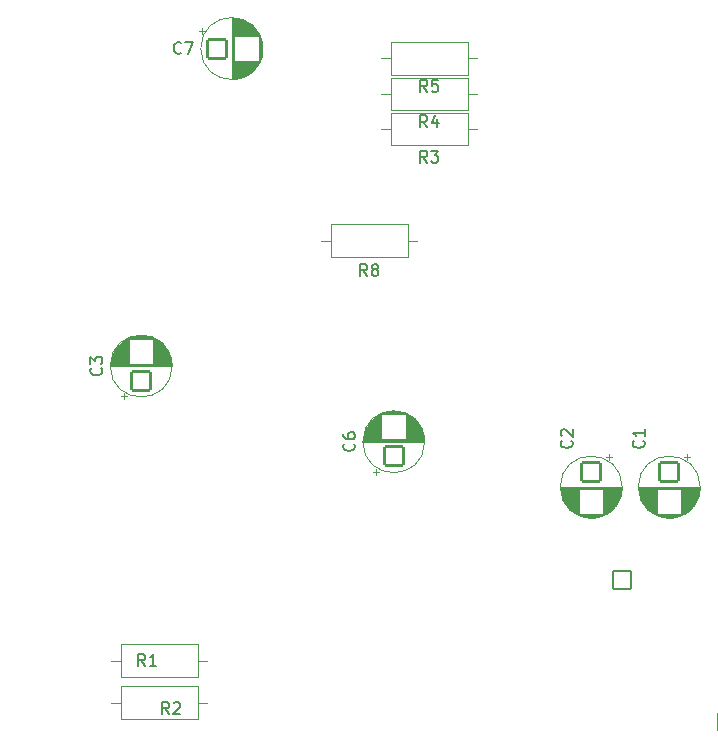
<source format=gto>
%TF.GenerationSoftware,KiCad,Pcbnew,(6.0.4-0)*%
%TF.CreationDate,2022-07-13T22:20:56+09:00*%
%TF.ProjectId,2022-circuit,32303232-2d63-4697-9263-7569742e6b69,rev?*%
%TF.SameCoordinates,Original*%
%TF.FileFunction,Legend,Top*%
%TF.FilePolarity,Positive*%
%FSLAX46Y46*%
G04 Gerber Fmt 4.6, Leading zero omitted, Abs format (unit mm)*
G04 Created by KiCad (PCBNEW (6.0.4-0)) date 2022-07-13 22:20:56*
%MOMM*%
%LPD*%
G01*
G04 APERTURE LIST*
G04 Aperture macros list*
%AMRoundRect*
0 Rectangle with rounded corners*
0 $1 Rounding radius*
0 $2 $3 $4 $5 $6 $7 $8 $9 X,Y pos of 4 corners*
0 Add a 4 corners polygon primitive as box body*
4,1,4,$2,$3,$4,$5,$6,$7,$8,$9,$2,$3,0*
0 Add four circle primitives for the rounded corners*
1,1,$1+$1,$2,$3*
1,1,$1+$1,$4,$5*
1,1,$1+$1,$6,$7*
1,1,$1+$1,$8,$9*
0 Add four rect primitives between the rounded corners*
20,1,$1+$1,$2,$3,$4,$5,0*
20,1,$1+$1,$4,$5,$6,$7,0*
20,1,$1+$1,$6,$7,$8,$9,0*
20,1,$1+$1,$8,$9,$2,$3,0*%
G04 Aperture macros list end*
%ADD10C,0.150000*%
%ADD11C,0.120000*%
%ADD12C,1.524000*%
%ADD13C,1.800000*%
%ADD14O,1.800000X1.800000*%
%ADD15RoundRect,0.100000X0.800000X-0.800000X0.800000X0.800000X-0.800000X0.800000X-0.800000X-0.800000X0*%
%ADD16RoundRect,0.100000X-0.800000X0.800000X-0.800000X-0.800000X0.800000X-0.800000X0.800000X0.800000X0*%
%ADD17RoundRect,0.100000X-0.800000X-0.800000X0.800000X-0.800000X0.800000X0.800000X-0.800000X0.800000X0*%
%ADD18RoundRect,0.100000X0.800000X0.800000X-0.800000X0.800000X-0.800000X-0.800000X0.800000X-0.800000X0*%
%ADD19RoundRect,0.100000X0.900000X0.900000X-0.900000X0.900000X-0.900000X-0.900000X0.900000X-0.900000X0*%
%ADD20C,2.000000*%
%ADD21C,1.300000*%
%ADD22C,1.724000*%
%ADD23RoundRect,0.100000X0.850000X0.850000X-0.850000X0.850000X-0.850000X-0.850000X0.850000X-0.850000X0*%
%ADD24O,1.900000X1.900000*%
%ADD25RoundRect,0.100000X0.850000X-0.850000X0.850000X0.850000X-0.850000X0.850000X-0.850000X-0.850000X0*%
%ADD26RoundRect,0.100000X0.762000X0.762000X-0.762000X0.762000X-0.762000X-0.762000X0.762000X-0.762000X0*%
%ADD27RoundRect,0.100000X-0.762000X0.762000X-0.762000X-0.762000X0.762000X-0.762000X0.762000X0.762000X0*%
%ADD28RoundRect,0.100000X-0.850000X0.850000X-0.850000X-0.850000X0.850000X-0.850000X0.850000X0.850000X0*%
G04 APERTURE END LIST*
D10*
%TO.C,R2*%
X104989333Y-130500380D02*
X104656000Y-130024190D01*
X104417904Y-130500380D02*
X104417904Y-129500380D01*
X104798857Y-129500380D01*
X104894095Y-129548000D01*
X104941714Y-129595619D01*
X104989333Y-129690857D01*
X104989333Y-129833714D01*
X104941714Y-129928952D01*
X104894095Y-129976571D01*
X104798857Y-130024190D01*
X104417904Y-130024190D01*
X105370285Y-129595619D02*
X105417904Y-129548000D01*
X105513142Y-129500380D01*
X105751238Y-129500380D01*
X105846476Y-129548000D01*
X105894095Y-129595619D01*
X105941714Y-129690857D01*
X105941714Y-129786095D01*
X105894095Y-129928952D01*
X105322666Y-130500380D01*
X105941714Y-130500380D01*
%TO.C,C3*%
X99223142Y-101213779D02*
X99270761Y-101261398D01*
X99318380Y-101404255D01*
X99318380Y-101499493D01*
X99270761Y-101642351D01*
X99175523Y-101737589D01*
X99080285Y-101785208D01*
X98889809Y-101832827D01*
X98746952Y-101832827D01*
X98556476Y-101785208D01*
X98461238Y-101737589D01*
X98366000Y-101642351D01*
X98318380Y-101499493D01*
X98318380Y-101404255D01*
X98366000Y-101261398D01*
X98413619Y-101213779D01*
X98318380Y-100880446D02*
X98318380Y-100261398D01*
X98699333Y-100594732D01*
X98699333Y-100451874D01*
X98746952Y-100356636D01*
X98794571Y-100309017D01*
X98889809Y-100261398D01*
X99127904Y-100261398D01*
X99223142Y-100309017D01*
X99270761Y-100356636D01*
X99318380Y-100451874D01*
X99318380Y-100737589D01*
X99270761Y-100832827D01*
X99223142Y-100880446D01*
%TO.C,R4*%
X126833333Y-80822380D02*
X126500000Y-80346190D01*
X126261904Y-80822380D02*
X126261904Y-79822380D01*
X126642857Y-79822380D01*
X126738095Y-79870000D01*
X126785714Y-79917619D01*
X126833333Y-80012857D01*
X126833333Y-80155714D01*
X126785714Y-80250952D01*
X126738095Y-80298571D01*
X126642857Y-80346190D01*
X126261904Y-80346190D01*
X127690476Y-80155714D02*
X127690476Y-80822380D01*
X127452380Y-79774761D02*
X127214285Y-80489047D01*
X127833333Y-80489047D01*
%TO.C,R3*%
X126833333Y-83822380D02*
X126500000Y-83346190D01*
X126261904Y-83822380D02*
X126261904Y-82822380D01*
X126642857Y-82822380D01*
X126738095Y-82870000D01*
X126785714Y-82917619D01*
X126833333Y-83012857D01*
X126833333Y-83155714D01*
X126785714Y-83250952D01*
X126738095Y-83298571D01*
X126642857Y-83346190D01*
X126261904Y-83346190D01*
X127166666Y-82822380D02*
X127785714Y-82822380D01*
X127452380Y-83203333D01*
X127595238Y-83203333D01*
X127690476Y-83250952D01*
X127738095Y-83298571D01*
X127785714Y-83393809D01*
X127785714Y-83631904D01*
X127738095Y-83727142D01*
X127690476Y-83774761D01*
X127595238Y-83822380D01*
X127309523Y-83822380D01*
X127214285Y-83774761D01*
X127166666Y-83727142D01*
%TO.C,C1*%
X145137142Y-107354666D02*
X145184761Y-107402285D01*
X145232380Y-107545142D01*
X145232380Y-107640380D01*
X145184761Y-107783238D01*
X145089523Y-107878476D01*
X144994285Y-107926095D01*
X144803809Y-107973714D01*
X144660952Y-107973714D01*
X144470476Y-107926095D01*
X144375238Y-107878476D01*
X144280000Y-107783238D01*
X144232380Y-107640380D01*
X144232380Y-107545142D01*
X144280000Y-107402285D01*
X144327619Y-107354666D01*
X145232380Y-106402285D02*
X145232380Y-106973714D01*
X145232380Y-106688000D02*
X144232380Y-106688000D01*
X144375238Y-106783238D01*
X144470476Y-106878476D01*
X144518095Y-106973714D01*
%TO.C,R8*%
X121753333Y-93416380D02*
X121420000Y-92940190D01*
X121181904Y-93416380D02*
X121181904Y-92416380D01*
X121562857Y-92416380D01*
X121658095Y-92464000D01*
X121705714Y-92511619D01*
X121753333Y-92606857D01*
X121753333Y-92749714D01*
X121705714Y-92844952D01*
X121658095Y-92892571D01*
X121562857Y-92940190D01*
X121181904Y-92940190D01*
X122324761Y-92844952D02*
X122229523Y-92797333D01*
X122181904Y-92749714D01*
X122134285Y-92654476D01*
X122134285Y-92606857D01*
X122181904Y-92511619D01*
X122229523Y-92464000D01*
X122324761Y-92416380D01*
X122515238Y-92416380D01*
X122610476Y-92464000D01*
X122658095Y-92511619D01*
X122705714Y-92606857D01*
X122705714Y-92654476D01*
X122658095Y-92749714D01*
X122610476Y-92797333D01*
X122515238Y-92844952D01*
X122324761Y-92844952D01*
X122229523Y-92892571D01*
X122181904Y-92940190D01*
X122134285Y-93035428D01*
X122134285Y-93225904D01*
X122181904Y-93321142D01*
X122229523Y-93368761D01*
X122324761Y-93416380D01*
X122515238Y-93416380D01*
X122610476Y-93368761D01*
X122658095Y-93321142D01*
X122705714Y-93225904D01*
X122705714Y-93035428D01*
X122658095Y-92940190D01*
X122610476Y-92892571D01*
X122515238Y-92844952D01*
%TO.C,C6*%
X120607142Y-107621779D02*
X120654761Y-107669398D01*
X120702380Y-107812255D01*
X120702380Y-107907493D01*
X120654761Y-108050351D01*
X120559523Y-108145589D01*
X120464285Y-108193208D01*
X120273809Y-108240827D01*
X120130952Y-108240827D01*
X119940476Y-108193208D01*
X119845238Y-108145589D01*
X119750000Y-108050351D01*
X119702380Y-107907493D01*
X119702380Y-107812255D01*
X119750000Y-107669398D01*
X119797619Y-107621779D01*
X119702380Y-106764636D02*
X119702380Y-106955113D01*
X119750000Y-107050351D01*
X119797619Y-107097970D01*
X119940476Y-107193208D01*
X120130952Y-107240827D01*
X120511904Y-107240827D01*
X120607142Y-107193208D01*
X120654761Y-107145589D01*
X120702380Y-107050351D01*
X120702380Y-106859874D01*
X120654761Y-106764636D01*
X120607142Y-106717017D01*
X120511904Y-106669398D01*
X120273809Y-106669398D01*
X120178571Y-106717017D01*
X120130952Y-106764636D01*
X120083333Y-106859874D01*
X120083333Y-107050351D01*
X120130952Y-107145589D01*
X120178571Y-107193208D01*
X120273809Y-107240827D01*
%TO.C,C7*%
X106005333Y-74525142D02*
X105957714Y-74572761D01*
X105814857Y-74620380D01*
X105719619Y-74620380D01*
X105576761Y-74572761D01*
X105481523Y-74477523D01*
X105433904Y-74382285D01*
X105386285Y-74191809D01*
X105386285Y-74048952D01*
X105433904Y-73858476D01*
X105481523Y-73763238D01*
X105576761Y-73668000D01*
X105719619Y-73620380D01*
X105814857Y-73620380D01*
X105957714Y-73668000D01*
X106005333Y-73715619D01*
X106338666Y-73620380D02*
X107005333Y-73620380D01*
X106576761Y-74620380D01*
%TO.C,R1*%
X102957333Y-126436380D02*
X102624000Y-125960190D01*
X102385904Y-126436380D02*
X102385904Y-125436380D01*
X102766857Y-125436380D01*
X102862095Y-125484000D01*
X102909714Y-125531619D01*
X102957333Y-125626857D01*
X102957333Y-125769714D01*
X102909714Y-125864952D01*
X102862095Y-125912571D01*
X102766857Y-125960190D01*
X102385904Y-125960190D01*
X103909714Y-126436380D02*
X103338285Y-126436380D01*
X103624000Y-126436380D02*
X103624000Y-125436380D01*
X103528761Y-125579238D01*
X103433523Y-125674476D01*
X103338285Y-125722095D01*
%TO.C,C2*%
X139041142Y-107354666D02*
X139088761Y-107402285D01*
X139136380Y-107545142D01*
X139136380Y-107640380D01*
X139088761Y-107783238D01*
X138993523Y-107878476D01*
X138898285Y-107926095D01*
X138707809Y-107973714D01*
X138564952Y-107973714D01*
X138374476Y-107926095D01*
X138279238Y-107878476D01*
X138184000Y-107783238D01*
X138136380Y-107640380D01*
X138136380Y-107545142D01*
X138184000Y-107402285D01*
X138231619Y-107354666D01*
X138231619Y-106973714D02*
X138184000Y-106926095D01*
X138136380Y-106830857D01*
X138136380Y-106592761D01*
X138184000Y-106497523D01*
X138231619Y-106449904D01*
X138326857Y-106402285D01*
X138422095Y-106402285D01*
X138564952Y-106449904D01*
X139136380Y-107021333D01*
X139136380Y-106402285D01*
%TO.C,R5*%
X126833333Y-77822380D02*
X126500000Y-77346190D01*
X126261904Y-77822380D02*
X126261904Y-76822380D01*
X126642857Y-76822380D01*
X126738095Y-76870000D01*
X126785714Y-76917619D01*
X126833333Y-77012857D01*
X126833333Y-77155714D01*
X126785714Y-77250952D01*
X126738095Y-77298571D01*
X126642857Y-77346190D01*
X126261904Y-77346190D01*
X127738095Y-76822380D02*
X127261904Y-76822380D01*
X127214285Y-77298571D01*
X127261904Y-77250952D01*
X127357142Y-77203333D01*
X127595238Y-77203333D01*
X127690476Y-77250952D01*
X127738095Y-77298571D01*
X127785714Y-77393809D01*
X127785714Y-77631904D01*
X127738095Y-77727142D01*
X127690476Y-77774761D01*
X127595238Y-77822380D01*
X127357142Y-77822380D01*
X127261904Y-77774761D01*
X127214285Y-77727142D01*
D11*
%TO.C,R2*%
X100100000Y-125984000D02*
X100870000Y-125984000D01*
X100870000Y-127354000D02*
X107410000Y-127354000D01*
X107410000Y-124614000D02*
X100870000Y-124614000D01*
X108180000Y-125984000D02*
X107410000Y-125984000D01*
X100870000Y-124614000D02*
X100870000Y-127354000D01*
X107410000Y-127354000D02*
X107410000Y-124614000D01*
%TO.C,C3*%
X103656000Y-98886113D02*
X104059000Y-98886113D01*
X101605000Y-98646113D02*
X103627000Y-98646113D01*
X100073000Y-100607113D02*
X101576000Y-100607113D01*
X103656000Y-99046113D02*
X104269000Y-99046113D01*
X103656000Y-99886113D02*
X104926000Y-99886113D01*
X100494000Y-99566113D02*
X101576000Y-99566113D01*
X103656000Y-100166113D02*
X105044000Y-100166113D01*
X102332000Y-98446113D02*
X102900000Y-98446113D01*
X100060000Y-100687113D02*
X101576000Y-100687113D01*
X101116000Y-98926113D02*
X101576000Y-98926113D01*
X103656000Y-99246113D02*
X104480000Y-99246113D01*
X100202000Y-100126113D02*
X101576000Y-100126113D01*
X103656000Y-99686113D02*
X104816000Y-99686113D01*
X103656000Y-100567113D02*
X105152000Y-100567113D01*
X100790000Y-99206113D02*
X101576000Y-99206113D01*
X103656000Y-100487113D02*
X105136000Y-100487113D01*
X100125000Y-100367113D02*
X101576000Y-100367113D01*
X103656000Y-99486113D02*
X104681000Y-99486113D01*
X103656000Y-99966113D02*
X104964000Y-99966113D01*
X100963000Y-99046113D02*
X101576000Y-99046113D01*
X100136000Y-100326113D02*
X101576000Y-100326113D01*
X103656000Y-100607113D02*
X105159000Y-100607113D01*
X103656000Y-100286113D02*
X105084000Y-100286113D01*
X103656000Y-99846113D02*
X104906000Y-99846113D01*
X100036000Y-101007113D02*
X105196000Y-101007113D01*
X100551000Y-99486113D02*
X101576000Y-99486113D01*
X100873000Y-99126113D02*
X101576000Y-99126113D01*
X103656000Y-99166113D02*
X104401000Y-99166113D01*
X100080000Y-100567113D02*
X101576000Y-100567113D01*
X100188000Y-100166113D02*
X101576000Y-100166113D01*
X103656000Y-100527113D02*
X105144000Y-100527113D01*
X103656000Y-99646113D02*
X104791000Y-99646113D01*
X103656000Y-100807113D02*
X105185000Y-100807113D01*
X103656000Y-100727113D02*
X105177000Y-100727113D01*
X100038000Y-100927113D02*
X105194000Y-100927113D01*
X100096000Y-100487113D02*
X101576000Y-100487113D01*
X103656000Y-100006113D02*
X104981000Y-100006113D01*
X103656000Y-99326113D02*
X104553000Y-99326113D01*
X100161000Y-100246113D02*
X101576000Y-100246113D01*
X103656000Y-100767113D02*
X105181000Y-100767113D01*
X101811000Y-98566113D02*
X103421000Y-98566113D01*
X103656000Y-98806113D02*
X103935000Y-98806113D01*
X103656000Y-98766113D02*
X103867000Y-98766113D01*
X101141000Y-103851888D02*
X101141000Y-103351888D01*
X103656000Y-100126113D02*
X105030000Y-100126113D01*
X100051000Y-100767113D02*
X101576000Y-100767113D01*
X100521000Y-99526113D02*
X101576000Y-99526113D01*
X100115000Y-100407113D02*
X101576000Y-100407113D01*
X100715000Y-99286113D02*
X101576000Y-99286113D01*
X103656000Y-99006113D02*
X104221000Y-99006113D01*
X100043000Y-100847113D02*
X105189000Y-100847113D01*
X100251000Y-100006113D02*
X101576000Y-100006113D01*
X103656000Y-99446113D02*
X104651000Y-99446113D01*
X100369000Y-99766113D02*
X101576000Y-99766113D01*
X103656000Y-99406113D02*
X104620000Y-99406113D01*
X101011000Y-99006113D02*
X101576000Y-99006113D01*
X101233000Y-98846113D02*
X101576000Y-98846113D01*
X100612000Y-99406113D02*
X101576000Y-99406113D01*
X103656000Y-99726113D02*
X104840000Y-99726113D01*
X100441000Y-99646113D02*
X101576000Y-99646113D01*
X103656000Y-99606113D02*
X104765000Y-99606113D01*
X100891000Y-103601888D02*
X101391000Y-103601888D01*
X100645000Y-99366113D02*
X101576000Y-99366113D01*
X103656000Y-99286113D02*
X104517000Y-99286113D01*
X100218000Y-100086113D02*
X101576000Y-100086113D01*
X100917000Y-99086113D02*
X101576000Y-99086113D01*
X103656000Y-100206113D02*
X105058000Y-100206113D01*
X101701000Y-98606113D02*
X103531000Y-98606113D01*
X100306000Y-99886113D02*
X101576000Y-99886113D01*
X102098000Y-98486113D02*
X103134000Y-98486113D01*
X101297000Y-98806113D02*
X101576000Y-98806113D01*
X100679000Y-99326113D02*
X101576000Y-99326113D01*
X100268000Y-99966113D02*
X101576000Y-99966113D01*
X100392000Y-99726113D02*
X101576000Y-99726113D01*
X103656000Y-99366113D02*
X104587000Y-99366113D01*
X100752000Y-99246113D02*
X101576000Y-99246113D01*
X100581000Y-99446113D02*
X101576000Y-99446113D01*
X101365000Y-98766113D02*
X101576000Y-98766113D01*
X101062000Y-98966113D02*
X101576000Y-98966113D01*
X103656000Y-100046113D02*
X104998000Y-100046113D01*
X103656000Y-100326113D02*
X105096000Y-100326113D01*
X103656000Y-99806113D02*
X104884000Y-99806113D01*
X100088000Y-100527113D02*
X101576000Y-100527113D01*
X103656000Y-100447113D02*
X105127000Y-100447113D01*
X103656000Y-99526113D02*
X104711000Y-99526113D01*
X100066000Y-100647113D02*
X101576000Y-100647113D01*
X103656000Y-98846113D02*
X103999000Y-98846113D01*
X101438000Y-98726113D02*
X103794000Y-98726113D01*
X103656000Y-99086113D02*
X104315000Y-99086113D01*
X103656000Y-99766113D02*
X104863000Y-99766113D01*
X100287000Y-99926113D02*
X101576000Y-99926113D01*
X103656000Y-100086113D02*
X105014000Y-100086113D01*
X103656000Y-100687113D02*
X105172000Y-100687113D01*
X100348000Y-99806113D02*
X101576000Y-99806113D01*
X100036000Y-101047113D02*
X105196000Y-101047113D01*
X100326000Y-99846113D02*
X101576000Y-99846113D01*
X101939000Y-98526113D02*
X103293000Y-98526113D01*
X103656000Y-100407113D02*
X105117000Y-100407113D01*
X103656000Y-99126113D02*
X104359000Y-99126113D01*
X100416000Y-99686113D02*
X101576000Y-99686113D01*
X103656000Y-99926113D02*
X104945000Y-99926113D01*
X100047000Y-100807113D02*
X101576000Y-100807113D01*
X100174000Y-100206113D02*
X101576000Y-100206113D01*
X103656000Y-100246113D02*
X105071000Y-100246113D01*
X100148000Y-100286113D02*
X101576000Y-100286113D01*
X100055000Y-100727113D02*
X101576000Y-100727113D01*
X103656000Y-99566113D02*
X104738000Y-99566113D01*
X100234000Y-100046113D02*
X101576000Y-100046113D01*
X103656000Y-100647113D02*
X105166000Y-100647113D01*
X100467000Y-99606113D02*
X101576000Y-99606113D01*
X100831000Y-99166113D02*
X101576000Y-99166113D01*
X101518000Y-98686113D02*
X103714000Y-98686113D01*
X103656000Y-98926113D02*
X104116000Y-98926113D01*
X100040000Y-100887113D02*
X105192000Y-100887113D01*
X100037000Y-100967113D02*
X105195000Y-100967113D01*
X103656000Y-99206113D02*
X104442000Y-99206113D01*
X103656000Y-98966113D02*
X104170000Y-98966113D01*
X100105000Y-100447113D02*
X101576000Y-100447113D01*
X101173000Y-98886113D02*
X101576000Y-98886113D01*
X103656000Y-100367113D02*
X105107000Y-100367113D01*
X105236000Y-101047113D02*
G75*
G03*
X105236000Y-101047113I-2620000J0D01*
G01*
%TO.C,R4*%
X131040000Y-78000000D02*
X130270000Y-78000000D01*
X123730000Y-79370000D02*
X130270000Y-79370000D01*
X130270000Y-79370000D02*
X130270000Y-76630000D01*
X130270000Y-76630000D02*
X123730000Y-76630000D01*
X123730000Y-76630000D02*
X123730000Y-79370000D01*
X122960000Y-78000000D02*
X123730000Y-78000000D01*
%TO.C,R3*%
X123730000Y-82370000D02*
X130270000Y-82370000D01*
X122960000Y-81000000D02*
X123730000Y-81000000D01*
X130270000Y-82370000D02*
X130270000Y-79630000D01*
X123730000Y-79630000D02*
X123730000Y-82370000D01*
X130270000Y-79630000D02*
X123730000Y-79630000D01*
X131040000Y-81000000D02*
X130270000Y-81000000D01*
%TO.C,C1*%
X146280000Y-111856888D02*
X144800000Y-111856888D01*
X146280000Y-113177888D02*
X145535000Y-113177888D01*
X149415000Y-112817888D02*
X148360000Y-112817888D01*
X149544000Y-112617888D02*
X148360000Y-112617888D01*
X146280000Y-112457888D02*
X145010000Y-112457888D01*
X146280000Y-112977888D02*
X145349000Y-112977888D01*
X146280000Y-113577888D02*
X146069000Y-113577888D01*
X146280000Y-111656888D02*
X144764000Y-111656888D01*
X148571000Y-113577888D02*
X148360000Y-113577888D01*
X146280000Y-111816888D02*
X144792000Y-111816888D01*
X148763000Y-113457888D02*
X148360000Y-113457888D01*
X146280000Y-111696888D02*
X144770000Y-111696888D01*
X149146000Y-113137888D02*
X148360000Y-113137888D01*
X149856000Y-111776888D02*
X148360000Y-111776888D01*
X146280000Y-111896888D02*
X144809000Y-111896888D01*
X149257000Y-113017888D02*
X148360000Y-113017888D01*
X146280000Y-112257888D02*
X144922000Y-112257888D01*
X149520000Y-112657888D02*
X148360000Y-112657888D01*
X146280000Y-112417888D02*
X144991000Y-112417888D01*
X146280000Y-111576888D02*
X144755000Y-111576888D01*
X146280000Y-111536888D02*
X144751000Y-111536888D01*
X149775000Y-112097888D02*
X148360000Y-112097888D01*
X146280000Y-112777888D02*
X145198000Y-112777888D01*
X146280000Y-112657888D02*
X145120000Y-112657888D01*
X149588000Y-112537888D02*
X148360000Y-112537888D01*
X146280000Y-112377888D02*
X144972000Y-112377888D01*
X146280000Y-112537888D02*
X145052000Y-112537888D01*
X146280000Y-113537888D02*
X146001000Y-113537888D01*
X149811000Y-111976888D02*
X148360000Y-111976888D01*
X146280000Y-113057888D02*
X145419000Y-113057888D01*
X146280000Y-112817888D02*
X145225000Y-112817888D01*
X149788000Y-112057888D02*
X148360000Y-112057888D01*
X149734000Y-112217888D02*
X148360000Y-112217888D01*
X146280000Y-113217888D02*
X145577000Y-113217888D01*
X149469000Y-112737888D02*
X148360000Y-112737888D01*
X148418000Y-113657888D02*
X146222000Y-113657888D01*
X149105000Y-113177888D02*
X148360000Y-113177888D01*
X148125000Y-113777888D02*
X146515000Y-113777888D01*
X148820000Y-113417888D02*
X148360000Y-113417888D01*
X149668000Y-112377888D02*
X148360000Y-112377888D01*
X149324000Y-112937888D02*
X148360000Y-112937888D01*
X146280000Y-111616888D02*
X144759000Y-111616888D01*
X146280000Y-112697888D02*
X145145000Y-112697888D01*
X148235000Y-113737888D02*
X146405000Y-113737888D01*
X149900000Y-111296888D02*
X144740000Y-111296888D01*
X146280000Y-112177888D02*
X144892000Y-112177888D01*
X146280000Y-113017888D02*
X145383000Y-113017888D01*
X146280000Y-112097888D02*
X144865000Y-112097888D01*
X146280000Y-112857888D02*
X145255000Y-112857888D01*
X149610000Y-112497888D02*
X148360000Y-112497888D01*
X148498000Y-113617888D02*
X146142000Y-113617888D01*
X149899000Y-111376888D02*
X144741000Y-111376888D01*
X146280000Y-113097888D02*
X145456000Y-113097888D01*
X146280000Y-113457888D02*
X145877000Y-113457888D01*
X149885000Y-111576888D02*
X148360000Y-111576888D01*
X149840000Y-111856888D02*
X148360000Y-111856888D01*
X146280000Y-112057888D02*
X144852000Y-112057888D01*
X146280000Y-111776888D02*
X144784000Y-111776888D01*
X149291000Y-112977888D02*
X148360000Y-112977888D01*
X147997000Y-113817888D02*
X146643000Y-113817888D01*
X149495000Y-112697888D02*
X148360000Y-112697888D01*
X146280000Y-112497888D02*
X145030000Y-112497888D01*
X146280000Y-112137888D02*
X144878000Y-112137888D01*
X149881000Y-111616888D02*
X148360000Y-111616888D01*
X146280000Y-113297888D02*
X145667000Y-113297888D01*
X146280000Y-112017888D02*
X144840000Y-112017888D01*
X148639000Y-113537888D02*
X148360000Y-113537888D01*
X148973000Y-113297888D02*
X148360000Y-113297888D01*
X149045000Y-108742113D02*
X148545000Y-108742113D01*
X146280000Y-113417888D02*
X145820000Y-113417888D01*
X149800000Y-112017888D02*
X148360000Y-112017888D01*
X146280000Y-112337888D02*
X144955000Y-112337888D01*
X149900000Y-111336888D02*
X144740000Y-111336888D01*
X149385000Y-112857888D02*
X148360000Y-112857888D01*
X146280000Y-112897888D02*
X145285000Y-112897888D01*
X149863000Y-111736888D02*
X148360000Y-111736888D01*
X148874000Y-113377888D02*
X148360000Y-113377888D01*
X149702000Y-112297888D02*
X148360000Y-112297888D01*
X149896000Y-111456888D02*
X144744000Y-111456888D01*
X146280000Y-113497888D02*
X145937000Y-113497888D01*
X149019000Y-113257888D02*
X148360000Y-113257888D01*
X149876000Y-111656888D02*
X148360000Y-111656888D01*
X149063000Y-113217888D02*
X148360000Y-113217888D01*
X146280000Y-112737888D02*
X145171000Y-112737888D01*
X149184000Y-113097888D02*
X148360000Y-113097888D01*
X149442000Y-112777888D02*
X148360000Y-112777888D01*
X146280000Y-112217888D02*
X144906000Y-112217888D01*
X149848000Y-111816888D02*
X148360000Y-111816888D01*
X146280000Y-111976888D02*
X144829000Y-111976888D01*
X149870000Y-111696888D02*
X148360000Y-111696888D01*
X149355000Y-112897888D02*
X148360000Y-112897888D01*
X146280000Y-111736888D02*
X144777000Y-111736888D01*
X146280000Y-112577888D02*
X145073000Y-112577888D01*
X149630000Y-112457888D02*
X148360000Y-112457888D01*
X148925000Y-113337888D02*
X148360000Y-113337888D01*
X146280000Y-113257888D02*
X145621000Y-113257888D01*
X147838000Y-113857888D02*
X146802000Y-113857888D01*
X149889000Y-111536888D02*
X148360000Y-111536888D01*
X148331000Y-113697888D02*
X146309000Y-113697888D01*
X146280000Y-113337888D02*
X145715000Y-113337888D01*
X146280000Y-112297888D02*
X144938000Y-112297888D01*
X149831000Y-111896888D02*
X148360000Y-111896888D01*
X147604000Y-113897888D02*
X147036000Y-113897888D01*
X146280000Y-113377888D02*
X145766000Y-113377888D01*
X149748000Y-112177888D02*
X148360000Y-112177888D01*
X149649000Y-112417888D02*
X148360000Y-112417888D01*
X146280000Y-111936888D02*
X144819000Y-111936888D01*
X149718000Y-112257888D02*
X148360000Y-112257888D01*
X149821000Y-111936888D02*
X148360000Y-111936888D01*
X149898000Y-111416888D02*
X144742000Y-111416888D01*
X148795000Y-108492113D02*
X148795000Y-108992113D01*
X149893000Y-111496888D02*
X144747000Y-111496888D01*
X149221000Y-113057888D02*
X148360000Y-113057888D01*
X146280000Y-112617888D02*
X145096000Y-112617888D01*
X149685000Y-112337888D02*
X148360000Y-112337888D01*
X146280000Y-113137888D02*
X145494000Y-113137888D01*
X146280000Y-112937888D02*
X145316000Y-112937888D01*
X148703000Y-113497888D02*
X148360000Y-113497888D01*
X149762000Y-112137888D02*
X148360000Y-112137888D01*
X149567000Y-112577888D02*
X148360000Y-112577888D01*
X149940000Y-111296888D02*
G75*
G03*
X149940000Y-111296888I-2620000J0D01*
G01*
%TO.C,R8*%
X125190000Y-89054000D02*
X118650000Y-89054000D01*
X125960000Y-90424000D02*
X125190000Y-90424000D01*
X118650000Y-89054000D02*
X118650000Y-91794000D01*
X125190000Y-91794000D02*
X125190000Y-89054000D01*
X117880000Y-90424000D02*
X118650000Y-90424000D01*
X118650000Y-91794000D02*
X125190000Y-91794000D01*
%TO.C,C6*%
X125040000Y-105974113D02*
X126122000Y-105974113D01*
X125040000Y-106414113D02*
X126365000Y-106414113D01*
X125040000Y-106775113D02*
X126491000Y-106775113D01*
X122500000Y-105334113D02*
X122960000Y-105334113D01*
X125040000Y-106214113D02*
X126268000Y-106214113D01*
X125040000Y-105494113D02*
X125699000Y-105494113D01*
X122301000Y-105494113D02*
X122960000Y-105494113D01*
X125040000Y-105174113D02*
X125251000Y-105174113D01*
X121427000Y-107255113D02*
X126573000Y-107255113D01*
X125040000Y-106174113D02*
X126247000Y-106174113D01*
X121671000Y-106334113D02*
X122960000Y-106334113D01*
X125040000Y-105454113D02*
X125653000Y-105454113D01*
X125040000Y-106694113D02*
X126468000Y-106694113D01*
X125040000Y-106574113D02*
X126428000Y-106574113D01*
X121509000Y-106775113D02*
X122960000Y-106775113D01*
X121439000Y-107135113D02*
X122960000Y-107135113D01*
X122215000Y-105574113D02*
X122960000Y-105574113D01*
X122174000Y-105614113D02*
X122960000Y-105614113D01*
X125040000Y-106294113D02*
X126310000Y-106294113D01*
X121851000Y-106014113D02*
X122960000Y-106014113D01*
X125040000Y-106374113D02*
X126348000Y-106374113D01*
X121690000Y-106294113D02*
X122960000Y-106294113D01*
X125040000Y-106734113D02*
X126480000Y-106734113D01*
X121935000Y-105894113D02*
X122960000Y-105894113D01*
X121602000Y-106494113D02*
X122960000Y-106494113D01*
X121572000Y-106574113D02*
X122960000Y-106574113D01*
X121652000Y-106374113D02*
X122960000Y-106374113D01*
X125040000Y-106534113D02*
X126414000Y-106534113D01*
X121996000Y-105814113D02*
X122960000Y-105814113D01*
X122557000Y-105294113D02*
X122960000Y-105294113D01*
X125040000Y-105614113D02*
X125826000Y-105614113D01*
X121480000Y-106895113D02*
X122960000Y-106895113D01*
X121472000Y-106935113D02*
X122960000Y-106935113D01*
X125040000Y-106054113D02*
X126175000Y-106054113D01*
X121800000Y-106094113D02*
X122960000Y-106094113D01*
X121586000Y-106534113D02*
X122960000Y-106534113D01*
X122063000Y-105734113D02*
X122960000Y-105734113D01*
X125040000Y-105374113D02*
X125554000Y-105374113D01*
X122525000Y-110259888D02*
X122525000Y-109759888D01*
X122099000Y-105694113D02*
X122960000Y-105694113D01*
X125040000Y-107135113D02*
X126561000Y-107135113D01*
X121905000Y-105934113D02*
X122960000Y-105934113D01*
X125040000Y-105734113D02*
X125937000Y-105734113D01*
X125040000Y-105414113D02*
X125605000Y-105414113D01*
X121710000Y-106254113D02*
X122960000Y-106254113D01*
X121618000Y-106454113D02*
X122960000Y-106454113D01*
X122136000Y-105654113D02*
X122960000Y-105654113D01*
X125040000Y-106134113D02*
X126224000Y-106134113D01*
X125040000Y-107095113D02*
X126556000Y-107095113D01*
X125040000Y-105854113D02*
X126035000Y-105854113D01*
X121520000Y-106734113D02*
X122960000Y-106734113D01*
X125040000Y-105294113D02*
X125443000Y-105294113D01*
X125040000Y-106895113D02*
X126520000Y-106895113D01*
X121825000Y-106054113D02*
X122960000Y-106054113D01*
X121422000Y-107335113D02*
X126578000Y-107335113D01*
X121424000Y-107295113D02*
X126576000Y-107295113D01*
X121464000Y-106975113D02*
X122960000Y-106975113D01*
X121444000Y-107095113D02*
X122960000Y-107095113D01*
X122681000Y-105214113D02*
X122960000Y-105214113D01*
X122275000Y-110009888D02*
X122775000Y-110009888D01*
X125040000Y-105654113D02*
X125864000Y-105654113D01*
X125040000Y-107015113D02*
X126543000Y-107015113D01*
X121732000Y-106214113D02*
X122960000Y-106214113D01*
X121776000Y-106134113D02*
X122960000Y-106134113D01*
X121753000Y-106174113D02*
X122960000Y-106174113D01*
X125040000Y-105814113D02*
X126004000Y-105814113D01*
X121532000Y-106694113D02*
X122960000Y-106694113D01*
X125040000Y-105254113D02*
X125383000Y-105254113D01*
X121635000Y-106414113D02*
X122960000Y-106414113D01*
X125040000Y-105774113D02*
X125971000Y-105774113D01*
X121499000Y-106815113D02*
X122960000Y-106815113D01*
X125040000Y-107215113D02*
X126569000Y-107215113D01*
X125040000Y-106855113D02*
X126511000Y-106855113D01*
X123323000Y-104934113D02*
X124677000Y-104934113D01*
X125040000Y-105534113D02*
X125743000Y-105534113D01*
X125040000Y-106094113D02*
X126200000Y-106094113D01*
X122902000Y-105094113D02*
X125098000Y-105094113D01*
X121420000Y-107455113D02*
X126580000Y-107455113D01*
X123195000Y-104974113D02*
X124805000Y-104974113D01*
X125040000Y-105934113D02*
X126095000Y-105934113D01*
X125040000Y-106494113D02*
X126398000Y-106494113D01*
X122446000Y-105374113D02*
X122960000Y-105374113D01*
X125040000Y-106614113D02*
X126442000Y-106614113D01*
X125040000Y-105694113D02*
X125901000Y-105694113D01*
X122822000Y-105134113D02*
X125178000Y-105134113D01*
X121435000Y-107175113D02*
X122960000Y-107175113D01*
X121545000Y-106654113D02*
X122960000Y-106654113D01*
X125040000Y-105334113D02*
X125500000Y-105334113D01*
X125040000Y-106254113D02*
X126290000Y-106254113D01*
X125040000Y-106654113D02*
X126455000Y-106654113D01*
X121457000Y-107015113D02*
X122960000Y-107015113D01*
X121965000Y-105854113D02*
X122960000Y-105854113D01*
X125040000Y-106935113D02*
X126528000Y-106935113D01*
X125040000Y-106014113D02*
X126149000Y-106014113D01*
X122395000Y-105414113D02*
X122960000Y-105414113D01*
X125040000Y-105574113D02*
X125785000Y-105574113D01*
X125040000Y-107055113D02*
X126550000Y-107055113D01*
X122347000Y-105454113D02*
X122960000Y-105454113D01*
X123716000Y-104854113D02*
X124284000Y-104854113D01*
X121431000Y-107215113D02*
X122960000Y-107215113D01*
X125040000Y-106815113D02*
X126501000Y-106815113D01*
X125040000Y-107175113D02*
X126565000Y-107175113D01*
X121421000Y-107375113D02*
X126579000Y-107375113D01*
X125040000Y-106454113D02*
X126382000Y-106454113D01*
X122029000Y-105774113D02*
X122960000Y-105774113D01*
X121878000Y-105974113D02*
X122960000Y-105974113D01*
X123085000Y-105014113D02*
X124915000Y-105014113D01*
X121450000Y-107055113D02*
X122960000Y-107055113D01*
X125040000Y-105214113D02*
X125319000Y-105214113D01*
X125040000Y-105894113D02*
X126065000Y-105894113D01*
X125040000Y-106975113D02*
X126536000Y-106975113D01*
X122617000Y-105254113D02*
X122960000Y-105254113D01*
X121489000Y-106855113D02*
X122960000Y-106855113D01*
X122989000Y-105054113D02*
X125011000Y-105054113D01*
X125040000Y-106334113D02*
X126329000Y-106334113D01*
X123482000Y-104894113D02*
X124518000Y-104894113D01*
X122749000Y-105174113D02*
X122960000Y-105174113D01*
X121420000Y-107415113D02*
X126580000Y-107415113D01*
X122257000Y-105534113D02*
X122960000Y-105534113D01*
X121558000Y-106614113D02*
X122960000Y-106614113D01*
X126620000Y-107455113D02*
G75*
G03*
X126620000Y-107455113I-2620000J0D01*
G01*
%TO.C,C7*%
X112401888Y-72668000D02*
X112401888Y-73128000D01*
X112121888Y-72342000D02*
X112121888Y-73128000D01*
X110800888Y-71640000D02*
X110800888Y-73128000D01*
X111761888Y-72046000D02*
X111761888Y-73128000D01*
X110680888Y-71618000D02*
X110680888Y-73128000D01*
X111081888Y-75208000D02*
X111081888Y-76623000D01*
X111561888Y-71921000D02*
X111561888Y-73128000D01*
X110720888Y-71625000D02*
X110720888Y-73128000D01*
X111001888Y-75208000D02*
X111001888Y-76648000D01*
X112521888Y-75208000D02*
X112521888Y-75487000D01*
X112041888Y-75208000D02*
X112041888Y-76069000D01*
X112441888Y-72725000D02*
X112441888Y-73128000D01*
X112361888Y-72614000D02*
X112361888Y-73128000D01*
X111681888Y-75208000D02*
X111681888Y-76343000D01*
X111281888Y-75208000D02*
X111281888Y-76550000D01*
X112521888Y-72849000D02*
X112521888Y-73128000D01*
X110360888Y-71589000D02*
X110360888Y-76747000D01*
X110880888Y-75208000D02*
X110880888Y-76679000D01*
X110880888Y-71657000D02*
X110880888Y-73128000D01*
X110760888Y-75208000D02*
X110760888Y-76704000D01*
X110840888Y-75208000D02*
X110840888Y-76688000D01*
X112841888Y-73650000D02*
X112841888Y-74686000D01*
X112401888Y-75208000D02*
X112401888Y-75668000D01*
X112161888Y-75208000D02*
X112161888Y-75953000D01*
X111401888Y-75208000D02*
X111401888Y-76497000D01*
X112361888Y-75208000D02*
X112361888Y-75722000D01*
X112721888Y-73253000D02*
X112721888Y-75083000D01*
X111641888Y-75208000D02*
X111641888Y-76368000D01*
X111721888Y-72019000D02*
X111721888Y-73128000D01*
X111961888Y-75208000D02*
X111961888Y-76139000D01*
X112201888Y-75208000D02*
X112201888Y-75911000D01*
X110320888Y-71588000D02*
X110320888Y-76748000D01*
X107726113Y-72443000D02*
X107726113Y-72943000D01*
X110800888Y-75208000D02*
X110800888Y-76696000D01*
X111561888Y-75208000D02*
X111561888Y-76415000D01*
X111521888Y-71900000D02*
X111521888Y-73128000D01*
X112281888Y-75208000D02*
X112281888Y-75821000D01*
X112801888Y-73491000D02*
X112801888Y-74845000D01*
X112041888Y-72267000D02*
X112041888Y-73128000D01*
X111601888Y-71944000D02*
X111601888Y-73128000D01*
X110640888Y-75208000D02*
X110640888Y-76724000D01*
X112241888Y-75208000D02*
X112241888Y-75867000D01*
X111441888Y-75208000D02*
X111441888Y-76478000D01*
X112681888Y-73157000D02*
X112681888Y-75179000D01*
X112561888Y-72917000D02*
X112561888Y-73128000D01*
X112601888Y-72990000D02*
X112601888Y-75346000D01*
X111601888Y-75208000D02*
X111601888Y-76392000D01*
X111761888Y-75208000D02*
X111761888Y-76290000D01*
X112481888Y-72785000D02*
X112481888Y-73128000D01*
X111841888Y-75208000D02*
X111841888Y-76233000D01*
X110920888Y-75208000D02*
X110920888Y-76669000D01*
X111881888Y-72133000D02*
X111881888Y-73128000D01*
X110440888Y-71592000D02*
X110440888Y-76744000D01*
X111201888Y-75208000D02*
X111201888Y-76582000D01*
X112761888Y-73363000D02*
X112761888Y-74973000D01*
X111121888Y-71726000D02*
X111121888Y-73128000D01*
X111841888Y-72103000D02*
X111841888Y-73128000D01*
X110520888Y-71599000D02*
X110520888Y-73128000D01*
X111481888Y-71878000D02*
X111481888Y-73128000D01*
X112121888Y-75208000D02*
X112121888Y-75994000D01*
X110600888Y-71607000D02*
X110600888Y-73128000D01*
X112881888Y-73884000D02*
X112881888Y-74452000D01*
X111481888Y-75208000D02*
X111481888Y-76458000D01*
X111041888Y-75208000D02*
X111041888Y-76636000D01*
X110680888Y-75208000D02*
X110680888Y-76718000D01*
X110280888Y-71588000D02*
X110280888Y-76748000D01*
X111201888Y-71754000D02*
X111201888Y-73128000D01*
X111281888Y-71786000D02*
X111281888Y-73128000D01*
X111121888Y-75208000D02*
X111121888Y-76610000D01*
X110920888Y-71667000D02*
X110920888Y-73128000D01*
X110520888Y-75208000D02*
X110520888Y-76737000D01*
X111521888Y-75208000D02*
X111521888Y-76436000D01*
X112321888Y-75208000D02*
X112321888Y-75773000D01*
X112281888Y-72515000D02*
X112281888Y-73128000D01*
X111321888Y-71803000D02*
X111321888Y-73128000D01*
X111001888Y-71688000D02*
X111001888Y-73128000D01*
X111361888Y-75208000D02*
X111361888Y-76516000D01*
X112441888Y-75208000D02*
X112441888Y-75611000D01*
X111041888Y-71700000D02*
X111041888Y-73128000D01*
X111921888Y-75208000D02*
X111921888Y-76172000D01*
X112081888Y-72304000D02*
X112081888Y-73128000D01*
X110720888Y-75208000D02*
X110720888Y-76711000D01*
X110960888Y-71677000D02*
X110960888Y-73128000D01*
X107476113Y-72693000D02*
X107976113Y-72693000D01*
X112081888Y-75208000D02*
X112081888Y-76032000D01*
X110400888Y-71590000D02*
X110400888Y-76746000D01*
X111081888Y-71713000D02*
X111081888Y-73128000D01*
X112321888Y-72563000D02*
X112321888Y-73128000D01*
X111441888Y-71858000D02*
X111441888Y-73128000D01*
X111361888Y-71820000D02*
X111361888Y-73128000D01*
X111241888Y-75208000D02*
X111241888Y-76566000D01*
X111801888Y-72073000D02*
X111801888Y-73128000D01*
X110960888Y-75208000D02*
X110960888Y-76659000D01*
X112201888Y-72425000D02*
X112201888Y-73128000D01*
X111721888Y-75208000D02*
X111721888Y-76317000D01*
X110600888Y-75208000D02*
X110600888Y-76729000D01*
X111161888Y-71740000D02*
X111161888Y-73128000D01*
X110840888Y-71648000D02*
X110840888Y-73128000D01*
X112641888Y-73070000D02*
X112641888Y-75266000D01*
X110640888Y-71612000D02*
X110640888Y-73128000D01*
X110560888Y-71603000D02*
X110560888Y-73128000D01*
X112561888Y-75208000D02*
X112561888Y-75419000D01*
X110760888Y-71632000D02*
X110760888Y-73128000D01*
X112001888Y-72231000D02*
X112001888Y-73128000D01*
X112161888Y-72383000D02*
X112161888Y-73128000D01*
X110480888Y-71595000D02*
X110480888Y-76741000D01*
X111321888Y-75208000D02*
X111321888Y-76533000D01*
X111961888Y-72197000D02*
X111961888Y-73128000D01*
X111401888Y-71839000D02*
X111401888Y-73128000D01*
X111881888Y-75208000D02*
X111881888Y-76203000D01*
X111921888Y-72164000D02*
X111921888Y-73128000D01*
X111161888Y-75208000D02*
X111161888Y-76596000D01*
X112241888Y-72469000D02*
X112241888Y-73128000D01*
X111801888Y-75208000D02*
X111801888Y-76263000D01*
X110560888Y-75208000D02*
X110560888Y-76733000D01*
X112001888Y-75208000D02*
X112001888Y-76105000D01*
X111241888Y-71770000D02*
X111241888Y-73128000D01*
X111641888Y-71968000D02*
X111641888Y-73128000D01*
X112481888Y-75208000D02*
X112481888Y-75551000D01*
X111681888Y-71993000D02*
X111681888Y-73128000D01*
X112900888Y-74168000D02*
G75*
G03*
X112900888Y-74168000I-2620000J0D01*
G01*
%TO.C,R1*%
X107410000Y-128170000D02*
X100870000Y-128170000D01*
X100870000Y-130910000D02*
X107410000Y-130910000D01*
X107410000Y-130910000D02*
X107410000Y-128170000D01*
X100870000Y-128170000D02*
X100870000Y-130910000D01*
X108180000Y-129540000D02*
X107410000Y-129540000D01*
X100100000Y-129540000D02*
X100870000Y-129540000D01*
%TO.C,C2*%
X142415000Y-113257888D02*
X141756000Y-113257888D01*
X143296000Y-111336888D02*
X138136000Y-111336888D01*
X139676000Y-112497888D02*
X138426000Y-112497888D01*
X139676000Y-111576888D02*
X138151000Y-111576888D01*
X139676000Y-113137888D02*
X138890000Y-113137888D01*
X139676000Y-112897888D02*
X138681000Y-112897888D01*
X139676000Y-113297888D02*
X139063000Y-113297888D01*
X142580000Y-113097888D02*
X141756000Y-113097888D01*
X143236000Y-111856888D02*
X141756000Y-111856888D01*
X143217000Y-111936888D02*
X141756000Y-111936888D01*
X142751000Y-112897888D02*
X141756000Y-112897888D01*
X139676000Y-112817888D02*
X138621000Y-112817888D01*
X139676000Y-113417888D02*
X139216000Y-113417888D01*
X139676000Y-112057888D02*
X138248000Y-112057888D01*
X139676000Y-111616888D02*
X138155000Y-111616888D01*
X142781000Y-112857888D02*
X141756000Y-112857888D01*
X142617000Y-113057888D02*
X141756000Y-113057888D01*
X139676000Y-112457888D02*
X138406000Y-112457888D01*
X141234000Y-113857888D02*
X140198000Y-113857888D01*
X139676000Y-111696888D02*
X138166000Y-111696888D01*
X143281000Y-111576888D02*
X141756000Y-111576888D01*
X141000000Y-113897888D02*
X140432000Y-113897888D01*
X143158000Y-112137888D02*
X141756000Y-112137888D01*
X139676000Y-112537888D02*
X138448000Y-112537888D01*
X143227000Y-111896888D02*
X141756000Y-111896888D01*
X139676000Y-112257888D02*
X138318000Y-112257888D01*
X141814000Y-113657888D02*
X139618000Y-113657888D01*
X143098000Y-112297888D02*
X141756000Y-112297888D01*
X142369000Y-113297888D02*
X141756000Y-113297888D01*
X142035000Y-113537888D02*
X141756000Y-113537888D01*
X143144000Y-112177888D02*
X141756000Y-112177888D01*
X143292000Y-111456888D02*
X138140000Y-111456888D01*
X143294000Y-111416888D02*
X138138000Y-111416888D01*
X142441000Y-108742113D02*
X141941000Y-108742113D01*
X142653000Y-113017888D02*
X141756000Y-113017888D01*
X139676000Y-112137888D02*
X138274000Y-112137888D01*
X143045000Y-112417888D02*
X141756000Y-112417888D01*
X143244000Y-111816888D02*
X141756000Y-111816888D01*
X143184000Y-112057888D02*
X141756000Y-112057888D01*
X142916000Y-112657888D02*
X141756000Y-112657888D01*
X139676000Y-112617888D02*
X138492000Y-112617888D01*
X139676000Y-113257888D02*
X139017000Y-113257888D01*
X139676000Y-111976888D02*
X138225000Y-111976888D01*
X142687000Y-112977888D02*
X141756000Y-112977888D01*
X141894000Y-113617888D02*
X139538000Y-113617888D01*
X139676000Y-112377888D02*
X138368000Y-112377888D01*
X143252000Y-111776888D02*
X141756000Y-111776888D01*
X139676000Y-113337888D02*
X139111000Y-113337888D01*
X142838000Y-112777888D02*
X141756000Y-112777888D01*
X139676000Y-112217888D02*
X138302000Y-112217888D01*
X141393000Y-113817888D02*
X140039000Y-113817888D01*
X143266000Y-111696888D02*
X141756000Y-111696888D01*
X142963000Y-112577888D02*
X141756000Y-112577888D01*
X139676000Y-111776888D02*
X138180000Y-111776888D01*
X141521000Y-113777888D02*
X139911000Y-113777888D01*
X139676000Y-111936888D02*
X138215000Y-111936888D01*
X139676000Y-113177888D02*
X138931000Y-113177888D01*
X142865000Y-112737888D02*
X141756000Y-112737888D01*
X141631000Y-113737888D02*
X139801000Y-113737888D01*
X139676000Y-112097888D02*
X138261000Y-112097888D01*
X142891000Y-112697888D02*
X141756000Y-112697888D01*
X142720000Y-112937888D02*
X141756000Y-112937888D01*
X142501000Y-113177888D02*
X141756000Y-113177888D01*
X142270000Y-113377888D02*
X141756000Y-113377888D01*
X139676000Y-112337888D02*
X138351000Y-112337888D01*
X139676000Y-112777888D02*
X138594000Y-112777888D01*
X143114000Y-112257888D02*
X141756000Y-112257888D01*
X143171000Y-112097888D02*
X141756000Y-112097888D01*
X143081000Y-112337888D02*
X141756000Y-112337888D01*
X139676000Y-112657888D02*
X138516000Y-112657888D01*
X139676000Y-113377888D02*
X139162000Y-113377888D01*
X139676000Y-112857888D02*
X138651000Y-112857888D01*
X142216000Y-113417888D02*
X141756000Y-113417888D01*
X142811000Y-112817888D02*
X141756000Y-112817888D01*
X142459000Y-113217888D02*
X141756000Y-113217888D01*
X139676000Y-112697888D02*
X138541000Y-112697888D01*
X143006000Y-112497888D02*
X141756000Y-112497888D01*
X143272000Y-111656888D02*
X141756000Y-111656888D01*
X143296000Y-111296888D02*
X138136000Y-111296888D01*
X139676000Y-112297888D02*
X138334000Y-112297888D01*
X141967000Y-113577888D02*
X141756000Y-113577888D01*
X143285000Y-111536888D02*
X141756000Y-111536888D01*
X139676000Y-112937888D02*
X138712000Y-112937888D01*
X139676000Y-112177888D02*
X138288000Y-112177888D01*
X139676000Y-111656888D02*
X138160000Y-111656888D01*
X139676000Y-111736888D02*
X138173000Y-111736888D01*
X139676000Y-113497888D02*
X139333000Y-113497888D01*
X143289000Y-111496888D02*
X138143000Y-111496888D01*
X143196000Y-112017888D02*
X141756000Y-112017888D01*
X139676000Y-113097888D02*
X138852000Y-113097888D01*
X143207000Y-111976888D02*
X141756000Y-111976888D01*
X142321000Y-113337888D02*
X141756000Y-113337888D01*
X139676000Y-112577888D02*
X138469000Y-112577888D01*
X143277000Y-111616888D02*
X141756000Y-111616888D01*
X139676000Y-111896888D02*
X138205000Y-111896888D01*
X139676000Y-113017888D02*
X138779000Y-113017888D01*
X139676000Y-111856888D02*
X138196000Y-111856888D01*
X142984000Y-112537888D02*
X141756000Y-112537888D01*
X142099000Y-113497888D02*
X141756000Y-113497888D01*
X139676000Y-113057888D02*
X138815000Y-113057888D01*
X143295000Y-111376888D02*
X138137000Y-111376888D01*
X139676000Y-113217888D02*
X138973000Y-113217888D01*
X139676000Y-113537888D02*
X139397000Y-113537888D01*
X139676000Y-112977888D02*
X138745000Y-112977888D01*
X142159000Y-113457888D02*
X141756000Y-113457888D01*
X143064000Y-112377888D02*
X141756000Y-112377888D01*
X139676000Y-113577888D02*
X139465000Y-113577888D01*
X143259000Y-111736888D02*
X141756000Y-111736888D01*
X142542000Y-113137888D02*
X141756000Y-113137888D01*
X139676000Y-112017888D02*
X138236000Y-112017888D01*
X139676000Y-111536888D02*
X138147000Y-111536888D01*
X143026000Y-112457888D02*
X141756000Y-112457888D01*
X142940000Y-112617888D02*
X141756000Y-112617888D01*
X141727000Y-113697888D02*
X139705000Y-113697888D01*
X139676000Y-112737888D02*
X138567000Y-112737888D01*
X139676000Y-111816888D02*
X138188000Y-111816888D01*
X143130000Y-112217888D02*
X141756000Y-112217888D01*
X139676000Y-112417888D02*
X138387000Y-112417888D01*
X142191000Y-108492113D02*
X142191000Y-108992113D01*
X139676000Y-113457888D02*
X139273000Y-113457888D01*
X143336000Y-111296888D02*
G75*
G03*
X143336000Y-111296888I-2620000J0D01*
G01*
%TO.C,R5*%
X123730000Y-73630000D02*
X123730000Y-76370000D01*
X123730000Y-76370000D02*
X130270000Y-76370000D01*
X130270000Y-73630000D02*
X123730000Y-73630000D01*
X122960000Y-75000000D02*
X123730000Y-75000000D01*
X130270000Y-76370000D02*
X130270000Y-73630000D01*
X131040000Y-75000000D02*
X130270000Y-75000000D01*
%TD*%
D12*
%TO.C,U3*%
X92870000Y-105918000D03*
X92870000Y-103378000D03*
X92870000Y-100838000D03*
X92870000Y-98298000D03*
X92870000Y-95758000D03*
X92870000Y-93218000D03*
X110330000Y-103378000D03*
X110330000Y-100838000D03*
X110330000Y-98298000D03*
X110330000Y-95758000D03*
%TD*%
%LPC*%
D13*
%TO.C,R2*%
X109220000Y-125984000D03*
D14*
X99060000Y-125984000D03*
%TD*%
D15*
%TO.C,C3*%
X102616000Y-102297113D03*
D13*
X102616000Y-99797113D03*
%TD*%
%TO.C,R4*%
X132080000Y-78000000D03*
D14*
X121920000Y-78000000D03*
%TD*%
D13*
%TO.C,R3*%
X132080000Y-81000000D03*
D14*
X121920000Y-81000000D03*
%TD*%
D16*
%TO.C,C1*%
X147320000Y-110046888D03*
D13*
X147320000Y-112546888D03*
%TD*%
%TO.C,R8*%
X127000000Y-90424000D03*
D14*
X116840000Y-90424000D03*
%TD*%
D15*
%TO.C,C6*%
X124000000Y-108705113D03*
D13*
X124000000Y-106205113D03*
%TD*%
D17*
%TO.C,C7*%
X109030888Y-74168000D03*
D13*
X111530888Y-74168000D03*
%TD*%
%TO.C,R1*%
X99060000Y-129540000D03*
D14*
X109220000Y-129540000D03*
%TD*%
D16*
%TO.C,C2*%
X140716000Y-110046888D03*
D13*
X140716000Y-112546888D03*
%TD*%
%TO.C,R5*%
X132080000Y-75000000D03*
D14*
X121920000Y-75000000D03*
%TD*%
D18*
%TO.C,C4*%
X137105113Y-136100000D03*
D13*
X134605113Y-136100000D03*
%TD*%
D19*
%TO.C,D2*%
X134620000Y-68580000D03*
D20*
X132080000Y-68580000D03*
%TD*%
D21*
%TO.C,SW3*%
X91230000Y-127845000D03*
X96730000Y-127845000D03*
%TD*%
D22*
%TO.C,U8*%
X147828000Y-101092000D03*
X145288000Y-101092000D03*
X142748000Y-101092000D03*
X140208000Y-101092000D03*
X137668000Y-101092000D03*
%TD*%
D18*
%TO.C,C5*%
X152305113Y-131200000D03*
D13*
X149805113Y-131200000D03*
%TD*%
D23*
%TO.C,U6*%
X84729200Y-76026200D03*
D24*
X87269200Y-76026200D03*
X84729200Y-78566200D03*
X87269200Y-78566200D03*
X84729200Y-81106200D03*
X87269200Y-81106200D03*
X84729200Y-83646200D03*
X87269200Y-83646200D03*
X84729200Y-86186200D03*
X87269200Y-86186200D03*
X84729200Y-88726200D03*
X87269200Y-88726200D03*
X84729200Y-91266200D03*
X87269200Y-91266200D03*
X84729200Y-93806200D03*
X87269200Y-93806200D03*
X84729200Y-96346200D03*
X87269200Y-96346200D03*
X84729200Y-98886200D03*
X87269200Y-98886200D03*
X84729200Y-101426200D03*
X87269200Y-101426200D03*
X84729200Y-103966200D03*
X87269200Y-103966200D03*
X84729200Y-106506200D03*
X87269200Y-106506200D03*
X84729200Y-109046200D03*
X87269200Y-109046200D03*
X84729200Y-111586200D03*
X87269200Y-111586200D03*
X84729200Y-114126200D03*
X87269200Y-114126200D03*
X84729200Y-116666200D03*
X87269200Y-116666200D03*
X84729200Y-119206200D03*
X87269200Y-119206200D03*
X84729200Y-121746200D03*
X87269200Y-121746200D03*
X84729200Y-124286200D03*
X87269200Y-124286200D03*
%TD*%
D22*
%TO.C,U4*%
X130680000Y-135475000D03*
X128140000Y-135475000D03*
X125600000Y-135475000D03*
X123060000Y-135475000D03*
X120520000Y-135475000D03*
X117980000Y-135475000D03*
X115440000Y-135475000D03*
X112900000Y-135475000D03*
X130680000Y-123325000D03*
X128140000Y-123325000D03*
X125600000Y-123325000D03*
X123060000Y-123325000D03*
X120520000Y-123325000D03*
X117980000Y-123325000D03*
X115440000Y-123325000D03*
X112900000Y-123325000D03*
%TD*%
D25*
%TO.C,SW2*%
X111745000Y-66777000D03*
D24*
X109205000Y-66777000D03*
X106665000Y-66777000D03*
%TD*%
D22*
%TO.C,BT1*%
X98278000Y-66147000D03*
X100818000Y-66147000D03*
%TD*%
%TO.C,Q1*%
X145840000Y-119150000D03*
D26*
X143300000Y-119150000D03*
D22*
X140760000Y-119150000D03*
%TD*%
%TO.C,BT2*%
X118344000Y-66655000D03*
X120884000Y-66655000D03*
%TD*%
%TO.C,S1*%
X152400000Y-118237000D03*
D27*
X152400000Y-120777000D03*
%TD*%
D22*
%TO.C,U3*%
X92870000Y-105918000D03*
X92870000Y-103378000D03*
X92870000Y-100838000D03*
X92870000Y-98298000D03*
X92870000Y-95758000D03*
X92870000Y-93218000D03*
X110330000Y-103378000D03*
X110330000Y-100838000D03*
X110330000Y-98298000D03*
X110330000Y-95758000D03*
%TD*%
%TO.C,U2*%
X97700000Y-73350000D03*
X97700000Y-83350000D03*
X116200000Y-73350000D03*
X116200000Y-83350000D03*
%TD*%
%TO.C,U9*%
X113975000Y-141732000D03*
X116515000Y-141732000D03*
X119055000Y-141732000D03*
X121595000Y-141732000D03*
X124135000Y-141732000D03*
X126675000Y-141732000D03*
%TD*%
D28*
%TO.C,SW1*%
X134620000Y-141700000D03*
D24*
X137160000Y-141700000D03*
X139700000Y-141700000D03*
%TD*%
D19*
%TO.C,D1*%
X141229000Y-68580000D03*
D20*
X138689000Y-68580000D03*
%TD*%
D19*
%TO.C,D3*%
X128016000Y-68580000D03*
D20*
X125476000Y-68580000D03*
%TD*%
D13*
%TO.C,R6*%
X129930000Y-120050000D03*
D14*
X119770000Y-120050000D03*
%TD*%
D22*
%TO.C,U7*%
X153100000Y-80595000D03*
X153100000Y-83135000D03*
X153100000Y-85675000D03*
X153100000Y-88215000D03*
X153100000Y-90755000D03*
%TD*%
D13*
%TO.C,R7*%
X135720000Y-128700000D03*
D14*
X145880000Y-128700000D03*
%TD*%
D21*
%TO.C,U5*%
X133157000Y-99255000D03*
X133157000Y-100525000D03*
X133157000Y-101795000D03*
X133157000Y-103065000D03*
X133157000Y-104335000D03*
X133157000Y-105605000D03*
X133157000Y-106875000D03*
X133157000Y-108145000D03*
X133157000Y-109415000D03*
X133157000Y-110685000D03*
X133157000Y-111955000D03*
X133157000Y-113225000D03*
X133157000Y-114495000D03*
X113657000Y-114495000D03*
X113657000Y-113225000D03*
X113657000Y-111955000D03*
X113657000Y-110685000D03*
X113657000Y-109415000D03*
X113657000Y-108145000D03*
X113657000Y-106875000D03*
X113657000Y-105605000D03*
X113657000Y-104335000D03*
X113657000Y-103065000D03*
X113657000Y-101795000D03*
X113657000Y-100525000D03*
X113657000Y-99255000D03*
%TD*%
D22*
%TO.C,U1*%
X93980000Y-141732000D03*
X96520000Y-141732000D03*
X99060000Y-141732000D03*
X101600000Y-141732000D03*
X104140000Y-141732000D03*
X106680000Y-141732000D03*
%TD*%
M02*

</source>
